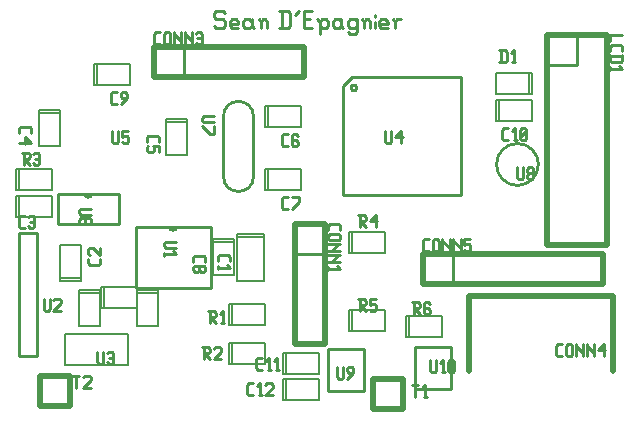
<source format=gbr>
G04 start of page 8 for group -4079 idx -4079
G04 Title: (unknown), topsilk *
G04 Creator: pcb 20070208 *
G04 CreationDate: Fri Aug 31 23:19:37 2007 UTC *
G04 For: sean *
G04 Format: Gerber/RS-274X *
G04 PCB-Dimensions: 250000 150000 *
G04 PCB-Coordinate-Origin: lower left *
%MOIN*%
%FSLAX24Y24*%
%LNFRONTSILK*%
%ADD11C,0.0100*%
%ADD19C,0.0200*%
%ADD44C,0.0060*%
%ADD45C,0.0080*%
G54D11*X8828Y14561D02*X8897Y14491D01*
X8619Y14561D02*X8828D01*
X8550Y14491D02*X8619Y14561D01*
X8550Y14491D02*Y14352D01*
X8619Y14283D01*
X8828D01*
X8897Y14213D01*
Y14074D01*
X8828Y14005D02*X8897Y14074D01*
X8619Y14005D02*X8828D01*
X8550Y14074D02*X8619Y14005D01*
X9133D02*X9342D01*
X9064Y14074D02*X9133Y14005D01*
X9064Y14213D02*Y14074D01*
Y14213D02*X9133Y14283D01*
X9272D01*
X9342Y14213D01*
X9064Y14144D02*X9342D01*
Y14213D02*Y14144D01*
X9717Y14283D02*X9787Y14213D01*
X9578Y14283D02*X9717D01*
X9509Y14213D02*X9578Y14283D01*
X9509Y14213D02*Y14074D01*
X9578Y14005D01*
X9787Y14283D02*Y14074D01*
X9856Y14005D01*
X9578D02*X9717D01*
X9787Y14074D01*
X10093Y14213D02*Y14005D01*
Y14213D02*X10162Y14283D01*
X10232D01*
X10301Y14213D01*
Y14005D01*
X10023Y14283D02*X10093Y14213D01*
X10788Y14561D02*Y14005D01*
X10996Y14561D02*X11066Y14491D01*
Y14074D01*
X10996Y14005D02*X11066Y14074D01*
X10718Y14005D02*X10996D01*
X10718Y14561D02*X10996D01*
X11233Y14422D02*X11372Y14561D01*
X11539Y14283D02*X11747D01*
X11539Y14005D02*X11817D01*
X11539Y14561D02*Y14005D01*
Y14561D02*X11817D01*
X12053Y14213D02*Y13796D01*
X11984Y14283D02*X12053Y14213D01*
X12123Y14283D01*
X12262D01*
X12331Y14213D01*
Y14074D01*
X12262Y14005D02*X12331Y14074D01*
X12123Y14005D02*X12262D01*
X12053Y14074D02*X12123Y14005D01*
X12707Y14283D02*X12776Y14213D01*
X12568Y14283D02*X12707D01*
X12498Y14213D02*X12568Y14283D01*
X12498Y14213D02*Y14074D01*
X12568Y14005D01*
X12776Y14283D02*Y14074D01*
X12846Y14005D01*
X12568D02*X12707D01*
X12776Y14074D01*
X13221Y14283D02*X13291Y14213D01*
X13082Y14283D02*X13221D01*
X13013Y14213D02*X13082Y14283D01*
X13013Y14213D02*Y14074D01*
X13082Y14005D01*
X13221D01*
X13291Y14074D01*
X13013Y13866D02*X13082Y13796D01*
X13221D01*
X13291Y13866D01*
Y14283D02*Y13866D01*
X13527Y14213D02*Y14005D01*
Y14213D02*X13597Y14283D01*
X13666D01*
X13736Y14213D01*
Y14005D01*
X13458Y14283D02*X13527Y14213D01*
X13903Y14422D02*Y14352D01*
Y14213D02*Y14005D01*
X14111D02*X14320D01*
X14042Y14074D02*X14111Y14005D01*
X14042Y14213D02*Y14074D01*
Y14213D02*X14111Y14283D01*
X14250D01*
X14320Y14213D01*
X14042Y14144D02*X14320D01*
Y14213D02*Y14144D01*
X14556Y14213D02*Y14005D01*
Y14213D02*X14626Y14283D01*
X14765D01*
X14487D02*X14556Y14213D01*
X3750Y1400D02*Y2400D01*
X2750Y1400D02*X3750D01*
G54D19*Y2400D02*X2750D01*
X3750Y1400D02*Y2400D01*
X2750Y1400D02*X3750D01*
X2750Y2400D02*Y1400D01*
G54D44*X3575Y2751D02*Y3814D01*
X5661Y2751D02*X3575D01*
X5661Y3814D02*Y2751D01*
X3575Y3814D02*X5661D01*
G54D11*X2650Y7150D02*X2050D01*
X2650Y3050D02*Y7150D01*
X2050Y3050D02*X2650D01*
X2050Y7150D02*Y3050D01*
G54D45*X4050Y5260D02*X4750D01*
X4050D02*Y4060D01*
X4750D01*
Y5260D02*Y4060D01*
X4050Y5160D02*X4750D01*
X3400Y5650D02*X4100D01*
X3400Y6750D02*Y5550D01*
Y6750D02*X4100D01*
Y5550D01*
X3400D02*X4100D01*
X4780Y5350D02*Y4650D01*
X5980D01*
Y5350D01*
X4780D01*
X4880D02*Y4650D01*
X5970Y5280D02*X6670D01*
X5970D02*Y4080D01*
X6670D01*
Y5280D02*Y4080D01*
X5970Y5180D02*X6670D01*
G54D11*X13530Y3300D02*X12350D01*
X13530Y1910D02*Y3300D01*
X12350Y1910D02*X13530D01*
X12350Y3300D02*Y1910D01*
X20650Y12750D02*Y13750D01*
X19650Y12750D02*X20650D01*
G54D19*X21650Y13750D02*X19650D01*
X21650Y6750D02*Y13750D01*
X19650Y6750D02*X21650D01*
X19650Y13750D02*Y6750D01*
G54D45*X18050Y11600D02*Y10900D01*
X19150Y11600D02*X17950D01*
X19150Y10900D02*Y11600D01*
X17950Y10900D02*X19150D01*
X17950Y11600D02*Y10900D01*
X19050Y12500D02*Y11800D01*
X17950D02*X19150D01*
X17950Y12500D02*Y11800D01*
Y12500D02*X19150D01*
Y11800D01*
G54D11*X18650Y10150D02*G75*G03X17950Y9450I0J-700D01*G01*
G75*G03X18650Y8750I700J0D01*G01*
X18649D02*G75*G03X19350Y9450I0J700D01*G01*
G75*G03X18650Y10150I-699J0D01*G01*
X14850Y1300D02*Y2300D01*
X13850Y1300D02*X14850D01*
G54D19*Y2300D02*X13850D01*
X14850Y1300D02*Y2300D01*
X13850Y1300D02*X14850D01*
X13850Y2300D02*Y1300D01*
G54D11*X16430Y3350D02*X15250D01*
X16430Y1960D02*Y3350D01*
X15250Y1960D02*X16430D01*
X15250Y3350D02*Y1960D01*
G54D45*X15050Y4400D02*Y3700D01*
X16150Y4400D02*X14950D01*
X16150Y3700D02*Y4400D01*
X14950Y3700D02*X16150D01*
X14950Y4400D02*Y3700D01*
G54D19*X21850Y5050D02*Y2550D01*
X17050Y5050D02*Y2550D01*
Y5050D02*X21850D01*
X15500Y5450D02*X21500D01*
Y6450D02*Y5450D01*
X15500Y6450D02*X21500D01*
X15500D02*Y5450D01*
G54D11*X16500Y6450D02*Y5450D01*
X15500Y6450D02*X16500D01*
G54D45*X13150Y4600D02*Y3900D01*
X14250Y4600D02*X13050D01*
X14250Y3900D02*Y4600D01*
X13050Y3900D02*X14250D01*
X13050Y4600D02*Y3900D01*
X13150Y7200D02*Y6500D01*
X14250Y7200D02*X13050D01*
X14250Y6500D02*Y7200D01*
X13050Y6500D02*X14250D01*
X13050Y7200D02*Y6500D01*
G54D11*X12850Y12070D02*X13130Y12350D01*
X12850Y8420D02*Y12070D01*
X16780Y8420D02*X12850D01*
X16780Y12350D02*Y8420D01*
X13130Y12350D02*X16780D01*
X13100Y12000D02*G75*G03X13100Y12000I100J0D01*G01*
G54D45*X10350Y9300D02*Y8600D01*
X11450Y9300D02*X10250D01*
X11450Y8600D02*Y9300D01*
X10250Y8600D02*X11450D01*
X10250Y9300D02*Y8600D01*
X10350Y11400D02*Y10700D01*
X11450Y11400D02*X10250D01*
X11450Y10700D02*Y11400D01*
X10250Y10700D02*X11450D01*
X10250Y11400D02*Y10700D01*
X9310Y7020D02*X10190D01*
Y7120D02*Y5580D01*
X9310D02*X10190D01*
X9310Y7120D02*Y5580D01*
Y7120D02*X10190D01*
G54D11*X8850Y11050D02*Y9050D01*
X9850Y11050D02*Y9050D01*
X8850D02*G75*G03X9850Y9050I500J0D01*G01*
Y11050D02*G75*G03X8850Y11050I-500J0D01*G01*
G54D45*X6950Y10850D02*X7650D01*
Y10950D02*Y9750D01*
X6950D02*X7650D01*
X6950Y10950D02*Y9750D01*
Y10950D02*X7650D01*
G54D11*X6550Y13350D02*X7550D01*
Y12350D01*
G54D19*X6550Y13350D02*Y12350D01*
Y13350D02*X11550D01*
Y12350D01*
X6550D02*X11550D01*
G54D45*X10950Y2300D02*Y1600D01*
X12050Y2300D02*X10850D01*
X12050Y1600D02*Y2300D01*
X10850Y1600D02*X12050D01*
X10850Y2300D02*Y1600D01*
X10950Y3150D02*Y2450D01*
X12050Y3150D02*X10850D01*
X12050Y2450D02*Y3150D01*
X10850Y2450D02*X12050D01*
X10850Y3150D02*Y2450D01*
X9150Y3500D02*Y2800D01*
X10250Y3500D02*X9050D01*
X10250Y2800D02*Y3500D01*
X9050Y2800D02*X10250D01*
X9050Y3500D02*Y2800D01*
X9150Y4800D02*Y4100D01*
X10250Y4800D02*X9050D01*
X10250Y4100D02*Y4800D01*
X9050Y4100D02*X10250D01*
X9050Y4800D02*Y4100D01*
G54D11*X12250Y6450D02*Y7450D01*
X11250Y6450D02*X12250D01*
G54D19*Y7450D02*X11250D01*
X12250Y3450D02*Y7450D01*
X11250Y3450D02*X12250D01*
X11250Y7450D02*Y3450D01*
G54D45*X8500Y6850D02*X9200D01*
Y6950D02*Y5750D01*
X8500D02*X9200D01*
X8500Y6950D02*Y5750D01*
Y6950D02*X9200D01*
X4650Y12800D02*Y12100D01*
X5750Y12800D02*X4550D01*
X5750Y12100D02*Y12800D01*
X4550Y12100D02*X5750D01*
X4550Y12800D02*Y12100D01*
X2700Y11150D02*X3400D01*
Y11250D02*Y10050D01*
X2700D02*X3400D01*
X2700Y11250D02*Y10050D01*
Y11250D02*X3400D01*
G54D11*X5920Y5330D02*Y7370D01*
X8420Y5330D02*X5920D01*
X8420Y7370D02*Y5330D01*
X7050Y7370D02*X8420D01*
X5920D02*X7290D01*
X7050D02*G75*G03X7290Y7370I120J0D01*G01*
X3320Y7450D02*Y8470D01*
X5370Y7450D02*X3320D01*
X5370Y8470D02*Y7450D01*
X4220Y8470D02*X5370D01*
X3320D02*X4460D01*
X4220D02*G75*G03X4460Y8470I120J0D01*G01*
G54D45*X2050Y8400D02*Y7700D01*
X3150Y8400D02*X1950D01*
X3150Y7700D02*Y8400D01*
X1950Y7700D02*X3150D01*
X1950Y8400D02*Y7700D01*
X2050Y9300D02*Y8600D01*
X3150Y9300D02*X1950D01*
X3150Y8600D02*Y9300D01*
X1950Y8600D02*X3150D01*
X1950Y9300D02*Y8600D01*
G54D11*X3850Y2400D02*X4050D01*
X3950D02*Y2000D01*
X4170Y2350D02*X4220Y2400D01*
X4370D01*
X4420Y2350D01*
Y2250D01*
X4170Y2000D02*X4420Y2250D01*
X4170Y2000D02*X4420D01*
X4650Y3200D02*Y2850D01*
X4700Y2800D01*
X4800D01*
X4850Y2850D01*
Y3200D02*Y2850D01*
X4970Y3150D02*X5020Y3200D01*
X5120D01*
X5170Y3150D01*
Y2850D01*
X5120Y2800D02*X5170Y2850D01*
X5020Y2800D02*X5120D01*
X4970Y2850D02*X5020Y2800D01*
Y3000D02*X5170D01*
X9700Y1750D02*X9850D01*
X9650Y1800D02*X9700Y1750D01*
X9650Y2100D02*Y1800D01*
Y2100D02*X9700Y2150D01*
X9850D01*
X10020Y1750D02*X10120D01*
X10070Y2150D02*Y1750D01*
X9970Y2050D02*X10070Y2150D01*
X10240Y2100D02*X10290Y2150D01*
X10440D01*
X10490Y2100D01*
Y2000D01*
X10240Y1750D02*X10490Y2000D01*
X10240Y1750D02*X10490D01*
X8660Y6380D02*Y6230D01*
X8710Y6430D02*X8660Y6380D01*
X8710Y6430D02*X9010D01*
X9060Y6380D01*
Y6230D01*
X8660Y6059D02*Y5959D01*
Y6009D02*X9060D01*
X8960Y6109D02*X9060Y6009D01*
X7850Y6350D02*Y6200D01*
X7900Y6400D02*X7850Y6350D01*
X7900Y6400D02*X8200D01*
X8250Y6350D01*
Y6200D01*
X7900Y6079D02*X7850Y6029D01*
X7900Y6079D02*X8000D01*
X8050Y6029D01*
Y5929D01*
X8000Y5879D01*
X7900D02*X8000D01*
X7850Y5929D02*X7900Y5879D01*
X7850Y6029D02*Y5929D01*
X8100Y6079D02*X8050Y6029D01*
X8100Y6079D02*X8200D01*
X8250Y6029D01*
Y5929D01*
X8200Y5879D01*
X8100D02*X8200D01*
X8050Y5929D02*X8100Y5879D01*
X2860Y4980D02*Y4630D01*
X2910Y4580D01*
X3010D01*
X3060Y4630D01*
Y4980D02*Y4630D01*
X3180Y4930D02*X3230Y4980D01*
X3380D01*
X3430Y4930D01*
Y4830D01*
X3180Y4580D02*X3430Y4830D01*
X3180Y4580D02*X3430D01*
X10000Y2600D02*X10150D01*
X9950Y2650D02*X10000Y2600D01*
X9950Y2950D02*Y2650D01*
Y2950D02*X10000Y3000D01*
X10150D01*
X10320Y2600D02*X10420D01*
X10370Y3000D02*Y2600D01*
X10270Y2900D02*X10370Y3000D01*
X10590Y2600D02*X10690D01*
X10640Y3000D02*Y2600D01*
X10540Y2900D02*X10640Y3000D01*
X8150Y3350D02*X8350D01*
X8400Y3300D01*
Y3200D01*
X8350Y3150D02*X8400Y3200D01*
X8200Y3150D02*X8350D01*
X8200Y3350D02*Y2950D01*
Y3150D02*X8400Y2950D01*
X8520Y3300D02*X8570Y3350D01*
X8720D01*
X8770Y3300D01*
Y3200D01*
X8520Y2950D02*X8770Y3200D01*
X8520Y2950D02*X8770D01*
X4750Y6300D02*Y6150D01*
X4700Y6100D02*X4750Y6150D01*
X4400Y6100D02*X4700D01*
X4400D02*X4350Y6150D01*
Y6300D02*Y6150D01*
X4400Y6420D02*X4350Y6470D01*
Y6620D02*Y6470D01*
Y6620D02*X4400Y6670D01*
X4500D01*
X4750Y6420D02*X4500Y6670D01*
X4750D02*Y6420D01*
X6920Y6870D02*X7270D01*
X6920D02*X6870Y6820D01*
Y6720D01*
X6920Y6670D01*
X7270D01*
X6870Y6499D02*Y6399D01*
Y6449D02*X7270D01*
X7170Y6549D02*X7270Y6449D01*
X8350Y4550D02*X8550D01*
X8600Y4500D01*
Y4400D01*
X8550Y4350D02*X8600Y4400D01*
X8400Y4350D02*X8550D01*
X8400Y4550D02*Y4150D01*
Y4350D02*X8600Y4150D01*
X8770D02*X8870D01*
X8820Y4550D02*Y4150D01*
X8720Y4450D02*X8820Y4550D01*
X12650Y2700D02*Y2350D01*
X12700Y2300D01*
X12800D01*
X12850Y2350D01*
Y2700D02*Y2350D01*
X12970Y2300D02*X13170Y2500D01*
Y2650D02*Y2500D01*
X13120Y2700D02*X13170Y2650D01*
X13020Y2700D02*X13120D01*
X12970Y2650D02*X13020Y2700D01*
X12970Y2650D02*Y2550D01*
X13020Y2500D01*
X13170D01*
X20000Y3050D02*X20150D01*
X19950Y3100D02*X20000Y3050D01*
X19950Y3400D02*Y3100D01*
Y3400D02*X20000Y3450D01*
X20150D01*
X20270Y3400D02*Y3100D01*
Y3400D02*X20320Y3450D01*
X20420D01*
X20470Y3400D01*
Y3100D01*
X20420Y3050D02*X20470Y3100D01*
X20320Y3050D02*X20420D01*
X20270Y3100D02*X20320Y3050D01*
X20590Y3450D02*Y3050D01*
Y3450D02*Y3400D01*
X20840Y3150D01*
Y3450D02*Y3050D01*
X20960Y3450D02*Y3050D01*
Y3450D02*Y3400D01*
X21210Y3150D01*
Y3450D02*Y3050D01*
X21330Y3250D02*X21530Y3450D01*
X21330Y3250D02*X21580D01*
X21530Y3450D02*Y3050D01*
X21750Y13750D02*X22150D01*
X21750D02*Y13550D01*
Y13379D02*Y13229D01*
X21800Y13429D02*X21750Y13379D01*
X21800Y13429D02*X22100D01*
X22150Y13379D01*
Y13229D01*
X21750Y13059D02*X22150D01*
Y12909D02*X22100Y12859D01*
X21800D02*X22100D01*
X21750Y12909D02*X21800Y12859D01*
X21750Y13109D02*Y12909D01*
X22150Y13109D02*Y12909D01*
X21750Y12689D02*Y12589D01*
Y12639D02*X22150D01*
X22050Y12739D02*X22150Y12639D01*
X18200Y10250D02*X18350D01*
X18150Y10300D02*X18200Y10250D01*
X18150Y10600D02*Y10300D01*
Y10600D02*X18200Y10650D01*
X18350D01*
X18520Y10250D02*X18620D01*
X18570Y10650D02*Y10250D01*
X18470Y10550D02*X18570Y10650D01*
X18740Y10300D02*X18790Y10250D01*
X18740Y10600D02*Y10300D01*
Y10600D02*X18790Y10650D01*
X18890D01*
X18940Y10600D01*
Y10300D01*
X18890Y10250D02*X18940Y10300D01*
X18790Y10250D02*X18890D01*
X18740Y10350D02*X18940Y10550D01*
X18100Y13250D02*Y12850D01*
X18250Y13250D02*X18300Y13200D01*
Y12900D01*
X18250Y12850D02*X18300Y12900D01*
X18050Y12850D02*X18250D01*
X18050Y13250D02*X18250D01*
X18470Y12850D02*X18570D01*
X18520Y13250D02*Y12850D01*
X18420Y13150D02*X18520Y13250D01*
X18650Y9350D02*Y9000D01*
X18700Y8950D01*
X18800D01*
X18850Y9000D01*
Y9350D02*Y9000D01*
X18970D02*X19020Y8950D01*
X18970Y9100D02*Y9000D01*
Y9100D02*X19020Y9150D01*
X19120D01*
X19170Y9100D01*
Y9000D01*
X19120Y8950D02*X19170Y9000D01*
X19020Y8950D02*X19120D01*
X18970Y9200D02*X19020Y9150D01*
X18970Y9300D02*Y9200D01*
Y9300D02*X19020Y9350D01*
X19120D01*
X19170Y9300D01*
Y9200D01*
X19120Y9150D02*X19170Y9200D01*
X12350Y7400D02*Y7250D01*
X12400Y7450D02*X12350Y7400D01*
X12400Y7450D02*X12700D01*
X12750Y7400D01*
Y7250D01*
X12400Y7129D02*X12700D01*
X12750Y7079D01*
Y6979D01*
X12700Y6929D01*
X12400D02*X12700D01*
X12350Y6979D02*X12400Y6929D01*
X12350Y7079D02*Y6979D01*
X12400Y7129D02*X12350Y7079D01*
Y6809D02*X12750D01*
X12700D02*X12750D01*
X12700D02*X12450Y6559D01*
X12350D02*X12750D01*
X12350Y6439D02*X12750D01*
X12700D02*X12750D01*
X12700D02*X12450Y6189D01*
X12350D02*X12750D01*
X12350Y6019D02*Y5919D01*
Y5969D02*X12750D01*
X12650Y6069D02*X12750Y5969D01*
X15150Y2100D02*X15350D01*
X15250D02*Y1700D01*
X15520D02*X15620D01*
X15570Y2100D02*Y1700D01*
X15470Y2000D02*X15570Y2100D01*
X15750Y2930D02*Y2580D01*
X15800Y2530D01*
X15900D01*
X15950Y2580D01*
Y2930D02*Y2580D01*
X16120Y2530D02*X16220D01*
X16170Y2930D02*Y2530D01*
X16070Y2830D02*X16170Y2930D01*
X16340Y2580D02*X16390Y2530D01*
X16340Y2880D02*Y2580D01*
Y2880D02*X16390Y2930D01*
X16490D01*
X16540Y2880D01*
Y2580D01*
X16490Y2530D02*X16540Y2580D01*
X16390Y2530D02*X16490D01*
X16340Y2630D02*X16540Y2830D01*
X15150Y4850D02*X15350D01*
X15400Y4800D01*
Y4700D01*
X15350Y4650D02*X15400Y4700D01*
X15200Y4650D02*X15350D01*
X15200Y4850D02*Y4450D01*
Y4650D02*X15400Y4450D01*
X15670Y4850D02*X15720Y4800D01*
X15570Y4850D02*X15670D01*
X15520Y4800D02*X15570Y4850D01*
X15520Y4800D02*Y4500D01*
X15570Y4450D01*
X15670Y4650D02*X15720Y4600D01*
X15520Y4650D02*X15670D01*
X15570Y4450D02*X15670D01*
X15720Y4500D01*
Y4600D02*Y4500D01*
X15550Y6550D02*X15700D01*
X15500Y6600D02*X15550Y6550D01*
X15500Y6900D02*Y6600D01*
Y6900D02*X15550Y6950D01*
X15700D01*
X15820Y6900D02*Y6600D01*
Y6900D02*X15870Y6950D01*
X15970D01*
X16020Y6900D01*
Y6600D01*
X15970Y6550D02*X16020Y6600D01*
X15870Y6550D02*X15970D01*
X15820Y6600D02*X15870Y6550D01*
X16140Y6950D02*Y6550D01*
Y6950D02*Y6900D01*
X16390Y6650D01*
Y6950D02*Y6550D01*
X16510Y6950D02*Y6550D01*
Y6950D02*Y6900D01*
X16760Y6650D01*
Y6950D02*Y6550D01*
X16880Y6950D02*X17080D01*
X16880D02*Y6750D01*
X16930Y6800D01*
X17030D01*
X17080Y6750D01*
Y6600D01*
X17030Y6550D02*X17080Y6600D01*
X16930Y6550D02*X17030D01*
X16880Y6600D02*X16930Y6550D01*
X13350Y4950D02*X13550D01*
X13600Y4900D01*
Y4800D01*
X13550Y4750D02*X13600Y4800D01*
X13400Y4750D02*X13550D01*
X13400Y4950D02*Y4550D01*
Y4750D02*X13600Y4550D01*
X13720Y4950D02*X13920D01*
X13720D02*Y4750D01*
X13770Y4800D01*
X13870D01*
X13920Y4750D01*
Y4600D01*
X13870Y4550D02*X13920Y4600D01*
X13770Y4550D02*X13870D01*
X13720Y4600D02*X13770Y4550D01*
X13350Y7750D02*X13550D01*
X13600Y7700D01*
Y7600D01*
X13550Y7550D02*X13600Y7600D01*
X13400Y7550D02*X13550D01*
X13400Y7750D02*Y7350D01*
Y7550D02*X13600Y7350D01*
X13720Y7550D02*X13920Y7750D01*
X13720Y7550D02*X13970D01*
X13920Y7750D02*Y7350D01*
X14250Y10550D02*Y10200D01*
X14300Y10150D01*
X14400D01*
X14450Y10200D01*
Y10550D02*Y10200D01*
X14570Y10350D02*X14770Y10550D01*
X14570Y10350D02*X14820D01*
X14770Y10550D02*Y10150D01*
X10850Y7950D02*X11000D01*
X10800Y8000D02*X10850Y7950D01*
X10800Y8300D02*Y8000D01*
Y8300D02*X10850Y8350D01*
X11000D01*
X11120Y7950D02*X11370Y8200D01*
Y8350D02*Y8200D01*
X11120Y8350D02*X11370D01*
X10850Y10050D02*X11000D01*
X10800Y10100D02*X10850Y10050D01*
X10800Y10400D02*Y10100D01*
Y10400D02*X10850Y10450D01*
X11000D01*
X11270D02*X11320Y10400D01*
X11170Y10450D02*X11270D01*
X11120Y10400D02*X11170Y10450D01*
X11120Y10400D02*Y10100D01*
X11170Y10050D01*
X11270Y10250D02*X11320Y10200D01*
X11120Y10250D02*X11270D01*
X11170Y10050D02*X11270D01*
X11320Y10100D01*
Y10200D02*Y10100D01*
X8200Y11050D02*X8550D01*
X8200D02*X8150Y11000D01*
Y10900D01*
X8200Y10850D01*
X8550D01*
X8150Y10729D02*X8400Y10479D01*
X8550D01*
Y10729D02*Y10479D01*
X5150Y11450D02*X5300D01*
X5100Y11500D02*X5150Y11450D01*
X5100Y11800D02*Y11500D01*
Y11800D02*X5150Y11850D01*
X5300D01*
X5420Y11450D02*X5620Y11650D01*
Y11800D02*Y11650D01*
X5570Y11850D02*X5620Y11800D01*
X5470Y11850D02*X5570D01*
X5420Y11800D02*X5470Y11850D01*
X5420Y11800D02*Y11700D01*
X5470Y11650D01*
X5620D01*
X5150Y10550D02*Y10200D01*
X5200Y10150D01*
X5300D01*
X5350Y10200D01*
Y10550D02*Y10200D01*
X5470Y10550D02*X5670D01*
X5470D02*Y10350D01*
X5520Y10400D01*
X5620D01*
X5670Y10350D01*
Y10200D01*
X5620Y10150D02*X5670Y10200D01*
X5520Y10150D02*X5620D01*
X5470Y10200D02*X5520Y10150D01*
X6300Y10350D02*Y10200D01*
X6350Y10400D02*X6300Y10350D01*
X6350Y10400D02*X6650D01*
X6700Y10350D01*
Y10200D01*
Y10079D02*Y9879D01*
X6500Y10079D02*X6700D01*
X6500D02*X6550Y10029D01*
Y9929D01*
X6500Y9879D01*
X6350D02*X6500D01*
X6300Y9929D02*X6350Y9879D01*
X6300Y10029D02*Y9929D01*
X6350Y10079D02*X6300Y10029D01*
X4090Y7970D02*X4440D01*
X4090D02*X4040Y7920D01*
Y7820D01*
X4090Y7770D01*
X4440D01*
Y7499D02*X4390Y7449D01*
X4440Y7599D02*Y7499D01*
X4390Y7649D02*X4440Y7599D01*
X4090Y7649D02*X4390D01*
X4090D02*X4040Y7599D01*
X4240Y7499D02*X4190Y7449D01*
X4240Y7649D02*Y7499D01*
X4040Y7599D02*Y7499D01*
X4090Y7449D01*
X4190D01*
X2050Y10650D02*Y10500D01*
X2100Y10700D02*X2050Y10650D01*
X2100Y10700D02*X2400D01*
X2450Y10650D01*
Y10500D01*
X2250Y10379D02*X2450Y10179D01*
X2250Y10379D02*Y10129D01*
X2050Y10179D02*X2450D01*
X2140Y9840D02*X2340D01*
X2390Y9790D01*
Y9690D01*
X2340Y9640D02*X2390Y9690D01*
X2190Y9640D02*X2340D01*
X2190Y9840D02*Y9440D01*
Y9640D02*X2390Y9440D01*
X2510Y9790D02*X2560Y9840D01*
X2660D01*
X2710Y9790D01*
Y9490D01*
X2660Y9440D02*X2710Y9490D01*
X2560Y9440D02*X2660D01*
X2510Y9490D02*X2560Y9440D01*
Y9640D02*X2710D01*
X6600Y13450D02*X6750D01*
X6550Y13500D02*X6600Y13450D01*
X6550Y13800D02*Y13500D01*
Y13800D02*X6600Y13850D01*
X6750D01*
X6870Y13800D02*Y13500D01*
Y13800D02*X6920Y13850D01*
X7020D01*
X7070Y13800D01*
Y13500D01*
X7020Y13450D02*X7070Y13500D01*
X6920Y13450D02*X7020D01*
X6870Y13500D02*X6920Y13450D01*
X7190Y13850D02*Y13450D01*
Y13850D02*Y13800D01*
X7440Y13550D01*
Y13850D02*Y13450D01*
X7560Y13850D02*Y13450D01*
Y13850D02*Y13800D01*
X7810Y13550D01*
Y13850D02*Y13450D01*
X7930Y13800D02*X7980Y13850D01*
X8080D01*
X8130Y13800D01*
Y13500D01*
X8080Y13450D02*X8130Y13500D01*
X7980Y13450D02*X8080D01*
X7930Y13500D02*X7980Y13450D01*
Y13650D02*X8130D01*
X2070Y7340D02*X2220D01*
X2020Y7390D02*X2070Y7340D01*
X2020Y7690D02*Y7390D01*
Y7690D02*X2070Y7740D01*
X2220D01*
X2340Y7690D02*X2390Y7740D01*
X2490D01*
X2540Y7690D01*
Y7390D01*
X2490Y7340D02*X2540Y7390D01*
X2390Y7340D02*X2490D01*
X2340Y7390D02*X2390Y7340D01*
Y7540D02*X2540D01*
M02*

</source>
